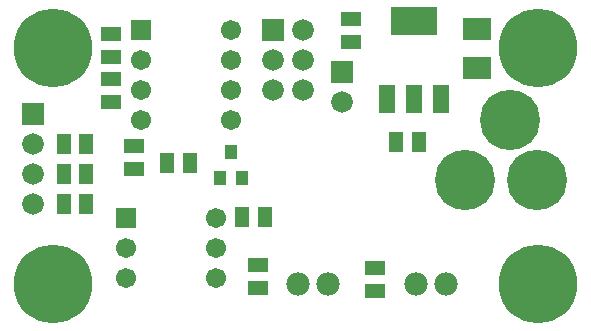
<source format=gts>
G04 (created by PCBNEW (2013-05-31 BZR 4019)-stable) date 7/5/2014 3:54:55 PM*
%MOIN*%
G04 Gerber Fmt 3.4, Leading zero omitted, Abs format*
%FSLAX34Y34*%
G01*
G70*
G90*
G04 APERTURE LIST*
%ADD10C,0.00590551*%
%ADD11C,0.262*%
%ADD12R,0.156X0.092*%
%ADD13R,0.052X0.092*%
%ADD14R,0.072X0.072*%
%ADD15C,0.072*%
%ADD16C,0.201*%
%ADD17R,0.0435X0.0514*%
%ADD18R,0.067X0.047*%
%ADD19R,0.047X0.067*%
%ADD20R,0.067X0.067*%
%ADD21C,0.067*%
%ADD22R,0.092X0.072*%
%ADD23C,0.078*%
G04 APERTURE END LIST*
G54D10*
G54D11*
X1574Y-9448D03*
G54D12*
X13600Y-700D03*
G54D13*
X13600Y-3300D03*
X14500Y-3300D03*
X12700Y-3300D03*
G54D14*
X11200Y-2400D03*
G54D15*
X11200Y-3400D03*
G54D11*
X17716Y-9448D03*
X17716Y-1574D03*
X1574Y-1574D03*
G54D16*
X17700Y-6000D03*
X15300Y-6000D03*
X16800Y-4000D03*
G54D14*
X8900Y-1000D03*
G54D15*
X9900Y-1000D03*
X8900Y-2000D03*
X9900Y-2000D03*
X8900Y-3000D03*
X9900Y-3000D03*
G54D17*
X7500Y-5067D03*
X7875Y-5933D03*
X7125Y-5933D03*
G54D18*
X12300Y-8925D03*
X12300Y-9675D03*
X8400Y-8825D03*
X8400Y-9575D03*
G54D19*
X1925Y-6800D03*
X2675Y-6800D03*
X1925Y-5800D03*
X2675Y-5800D03*
X1925Y-4800D03*
X2675Y-4800D03*
G54D20*
X4011Y-7267D03*
G54D21*
X4011Y-8267D03*
X4011Y-9267D03*
X7011Y-9267D03*
X7011Y-8267D03*
X7011Y-7267D03*
G54D14*
X900Y-3800D03*
G54D15*
X900Y-4800D03*
X900Y-5800D03*
X900Y-6800D03*
G54D18*
X11500Y-625D03*
X11500Y-1375D03*
X3500Y-2625D03*
X3500Y-3375D03*
G54D19*
X13760Y-4724D03*
X13010Y-4724D03*
G54D18*
X3500Y-1125D03*
X3500Y-1875D03*
X4250Y-5615D03*
X4250Y-4865D03*
G54D22*
X15700Y-950D03*
X15700Y-2250D03*
G54D20*
X4500Y-1000D03*
G54D21*
X4500Y-2000D03*
X4500Y-3000D03*
X4500Y-4000D03*
X7500Y-4000D03*
X7500Y-3000D03*
X7500Y-2000D03*
X7500Y-1000D03*
G54D23*
X13673Y-9448D03*
X14673Y-9448D03*
X9736Y-9448D03*
X10736Y-9448D03*
G54D19*
X7865Y-7220D03*
X8615Y-7220D03*
X6115Y-5420D03*
X5365Y-5420D03*
M02*

</source>
